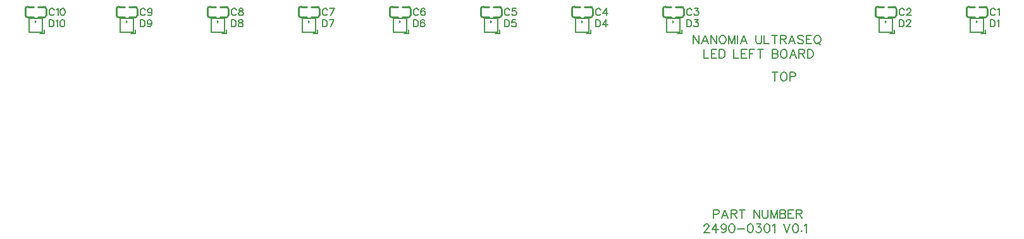
<source format=gto>
G04 Layer: TopSilkscreenLayer*
G04 EasyEDA v6.5.34, 2023-08-10 19:26:28*
G04 b0001c0d98ad43d6911fc97ed176d0b1,5a6b42c53f6a479593ecc07194224c93,10*
G04 Gerber Generator version 0.2*
G04 Scale: 100 percent, Rotated: No, Reflected: No *
G04 Dimensions in millimeters *
G04 leading zeros omitted , absolute positions ,4 integer and 5 decimal *
%FSLAX45Y45*%
%MOMM*%

%ADD10C,0.2032*%
%ADD11C,0.1524*%
%ADD12C,0.1270*%
%ADD13C,0.2540*%

%LPD*%
D10*
X14630400Y7042658D02*
G01*
X14630400Y6928104D01*
X14592300Y7042658D02*
G01*
X14668754Y7042658D01*
X14737334Y7042658D02*
G01*
X14726411Y7037070D01*
X14715490Y7026147D01*
X14710156Y7015226D01*
X14704568Y6998970D01*
X14704568Y6971792D01*
X14710156Y6955281D01*
X14715490Y6944360D01*
X14726411Y6933437D01*
X14737334Y6928104D01*
X14759177Y6928104D01*
X14770100Y6933437D01*
X14781022Y6944360D01*
X14786356Y6955281D01*
X14791943Y6971792D01*
X14791943Y6998970D01*
X14786356Y7015226D01*
X14781022Y7026147D01*
X14770100Y7037070D01*
X14759177Y7042658D01*
X14737334Y7042658D01*
X14828011Y7042658D02*
G01*
X14828011Y6928104D01*
X14828011Y7042658D02*
G01*
X14877034Y7042658D01*
X14893290Y7037070D01*
X14898877Y7031736D01*
X14904211Y7020813D01*
X14904211Y7004304D01*
X14898877Y6993381D01*
X14893290Y6988047D01*
X14877034Y6982713D01*
X14828011Y6982713D01*
X13677900Y7347458D02*
G01*
X13677900Y7232904D01*
X13677900Y7232904D02*
G01*
X13743431Y7232904D01*
X13779245Y7347458D02*
G01*
X13779245Y7232904D01*
X13779245Y7347458D02*
G01*
X13850366Y7347458D01*
X13779245Y7292847D02*
G01*
X13822934Y7292847D01*
X13779245Y7232904D02*
G01*
X13850366Y7232904D01*
X13886179Y7347458D02*
G01*
X13886179Y7232904D01*
X13886179Y7347458D02*
G01*
X13924534Y7347458D01*
X13940790Y7341870D01*
X13951711Y7330947D01*
X13957045Y7320026D01*
X13962634Y7303770D01*
X13962634Y7276592D01*
X13957045Y7260081D01*
X13951711Y7249160D01*
X13940790Y7238237D01*
X13924534Y7232904D01*
X13886179Y7232904D01*
X14082522Y7347458D02*
G01*
X14082522Y7232904D01*
X14082522Y7232904D02*
G01*
X14148054Y7232904D01*
X14184122Y7347458D02*
G01*
X14184122Y7232904D01*
X14184122Y7347458D02*
G01*
X14254988Y7347458D01*
X14184122Y7292847D02*
G01*
X14227809Y7292847D01*
X14184122Y7232904D02*
G01*
X14254988Y7232904D01*
X14291056Y7347458D02*
G01*
X14291056Y7232904D01*
X14291056Y7347458D02*
G01*
X14361922Y7347458D01*
X14291056Y7292847D02*
G01*
X14334743Y7292847D01*
X14436090Y7347458D02*
G01*
X14436090Y7232904D01*
X14397990Y7347458D02*
G01*
X14474190Y7347458D01*
X14594331Y7347458D02*
G01*
X14594331Y7232904D01*
X14594331Y7347458D02*
G01*
X14643354Y7347458D01*
X14659609Y7341870D01*
X14665197Y7336536D01*
X14670531Y7325613D01*
X14670531Y7314692D01*
X14665197Y7303770D01*
X14659609Y7298181D01*
X14643354Y7292847D01*
X14594331Y7292847D02*
G01*
X14643354Y7292847D01*
X14659609Y7287513D01*
X14665197Y7281926D01*
X14670531Y7271004D01*
X14670531Y7254747D01*
X14665197Y7243826D01*
X14659609Y7238237D01*
X14643354Y7232904D01*
X14594331Y7232904D01*
X14739366Y7347458D02*
G01*
X14728443Y7341870D01*
X14717522Y7330947D01*
X14712188Y7320026D01*
X14706600Y7303770D01*
X14706600Y7276592D01*
X14712188Y7260081D01*
X14717522Y7249160D01*
X14728443Y7238237D01*
X14739366Y7232904D01*
X14761209Y7232904D01*
X14772131Y7238237D01*
X14783054Y7249160D01*
X14788388Y7260081D01*
X14793975Y7276592D01*
X14793975Y7303770D01*
X14788388Y7320026D01*
X14783054Y7330947D01*
X14772131Y7341870D01*
X14761209Y7347458D01*
X14739366Y7347458D01*
X14873477Y7347458D02*
G01*
X14829790Y7232904D01*
X14873477Y7347458D02*
G01*
X14917166Y7232904D01*
X14846300Y7271004D02*
G01*
X14900909Y7271004D01*
X14953234Y7347458D02*
G01*
X14953234Y7232904D01*
X14953234Y7347458D02*
G01*
X15002256Y7347458D01*
X15018511Y7341870D01*
X15024100Y7336536D01*
X15029434Y7325613D01*
X15029434Y7314692D01*
X15024100Y7303770D01*
X15018511Y7298181D01*
X15002256Y7292847D01*
X14953234Y7292847D01*
X14991334Y7292847D02*
G01*
X15029434Y7232904D01*
X15065502Y7347458D02*
G01*
X15065502Y7232904D01*
X15065502Y7347458D02*
G01*
X15103602Y7347458D01*
X15120111Y7341870D01*
X15131034Y7330947D01*
X15136368Y7320026D01*
X15141956Y7303770D01*
X15141956Y7276592D01*
X15136368Y7260081D01*
X15131034Y7249160D01*
X15120111Y7238237D01*
X15103602Y7232904D01*
X15065502Y7232904D01*
X13538200Y7537958D02*
G01*
X13538200Y7423404D01*
X13538200Y7537958D02*
G01*
X13614654Y7423404D01*
X13614654Y7537958D02*
G01*
X13614654Y7423404D01*
X13694156Y7537958D02*
G01*
X13650468Y7423404D01*
X13694156Y7537958D02*
G01*
X13737843Y7423404D01*
X13666977Y7461504D02*
G01*
X13721588Y7461504D01*
X13773911Y7537958D02*
G01*
X13773911Y7423404D01*
X13773911Y7537958D02*
G01*
X13850111Y7423404D01*
X13850111Y7537958D02*
G01*
X13850111Y7423404D01*
X13918945Y7537958D02*
G01*
X13908024Y7532370D01*
X13897102Y7521447D01*
X13891768Y7510526D01*
X13886179Y7494270D01*
X13886179Y7467092D01*
X13891768Y7450581D01*
X13897102Y7439660D01*
X13908024Y7428737D01*
X13918945Y7423404D01*
X13940790Y7423404D01*
X13951711Y7428737D01*
X13962634Y7439660D01*
X13967968Y7450581D01*
X13973556Y7467092D01*
X13973556Y7494270D01*
X13967968Y7510526D01*
X13962634Y7521447D01*
X13951711Y7532370D01*
X13940790Y7537958D01*
X13918945Y7537958D01*
X14009370Y7537958D02*
G01*
X14009370Y7423404D01*
X14009370Y7537958D02*
G01*
X14053058Y7423404D01*
X14096745Y7537958D02*
G01*
X14053058Y7423404D01*
X14096745Y7537958D02*
G01*
X14096745Y7423404D01*
X14132813Y7537958D02*
G01*
X14132813Y7423404D01*
X14212316Y7537958D02*
G01*
X14168627Y7423404D01*
X14212316Y7537958D02*
G01*
X14256004Y7423404D01*
X14185138Y7461504D02*
G01*
X14239747Y7461504D01*
X14375891Y7537958D02*
G01*
X14375891Y7456170D01*
X14381479Y7439660D01*
X14392402Y7428737D01*
X14408658Y7423404D01*
X14419579Y7423404D01*
X14436090Y7428737D01*
X14447011Y7439660D01*
X14452345Y7456170D01*
X14452345Y7537958D01*
X14488413Y7537958D02*
G01*
X14488413Y7423404D01*
X14488413Y7423404D02*
G01*
X14553945Y7423404D01*
X14628113Y7537958D02*
G01*
X14628113Y7423404D01*
X14589759Y7537958D02*
G01*
X14666213Y7537958D01*
X14702281Y7537958D02*
G01*
X14702281Y7423404D01*
X14702281Y7537958D02*
G01*
X14751304Y7537958D01*
X14767559Y7532370D01*
X14773147Y7527036D01*
X14778481Y7516113D01*
X14778481Y7505192D01*
X14773147Y7494270D01*
X14767559Y7488681D01*
X14751304Y7483347D01*
X14702281Y7483347D01*
X14740381Y7483347D02*
G01*
X14778481Y7423404D01*
X14858238Y7537958D02*
G01*
X14814550Y7423404D01*
X14858238Y7537958D02*
G01*
X14901925Y7423404D01*
X14830806Y7461504D02*
G01*
X14885416Y7461504D01*
X15014193Y7521447D02*
G01*
X15003272Y7532370D01*
X14987016Y7537958D01*
X14965172Y7537958D01*
X14948661Y7532370D01*
X14937740Y7521447D01*
X14937740Y7510526D01*
X14943327Y7499604D01*
X14948661Y7494270D01*
X14959584Y7488681D01*
X14992350Y7478013D01*
X15003272Y7472426D01*
X15008859Y7467092D01*
X15014193Y7456170D01*
X15014193Y7439660D01*
X15003272Y7428737D01*
X14987016Y7423404D01*
X14965172Y7423404D01*
X14948661Y7428737D01*
X14937740Y7439660D01*
X15050261Y7537958D02*
G01*
X15050261Y7423404D01*
X15050261Y7537958D02*
G01*
X15121127Y7537958D01*
X15050261Y7483347D02*
G01*
X15093950Y7483347D01*
X15050261Y7423404D02*
G01*
X15121127Y7423404D01*
X15189708Y7537958D02*
G01*
X15179040Y7532370D01*
X15168118Y7521447D01*
X15162529Y7510526D01*
X15157195Y7494270D01*
X15157195Y7467092D01*
X15162529Y7450581D01*
X15168118Y7439660D01*
X15179040Y7428737D01*
X15189708Y7423404D01*
X15211552Y7423404D01*
X15222474Y7428737D01*
X15233395Y7439660D01*
X15238984Y7450581D01*
X15244318Y7467092D01*
X15244318Y7494270D01*
X15238984Y7510526D01*
X15233395Y7521447D01*
X15222474Y7532370D01*
X15211552Y7537958D01*
X15189708Y7537958D01*
X15206218Y7445247D02*
G01*
X15238984Y7412481D01*
X13683234Y4983226D02*
G01*
X13683234Y4988813D01*
X13688822Y4999736D01*
X13694156Y5005070D01*
X13705077Y5010657D01*
X13726922Y5010657D01*
X13737843Y5005070D01*
X13743431Y4999736D01*
X13748766Y4988813D01*
X13748766Y4977892D01*
X13743431Y4966970D01*
X13732509Y4950713D01*
X13677900Y4896104D01*
X13754354Y4896104D01*
X13844777Y5010657D02*
G01*
X13790168Y4934204D01*
X13871956Y4934204D01*
X13844777Y5010657D02*
G01*
X13844777Y4896104D01*
X13978890Y4972304D02*
G01*
X13973556Y4956047D01*
X13962634Y4945126D01*
X13946377Y4939792D01*
X13940790Y4939792D01*
X13924534Y4945126D01*
X13913611Y4956047D01*
X13908024Y4972304D01*
X13908024Y4977892D01*
X13913611Y4994147D01*
X13924534Y5005070D01*
X13940790Y5010657D01*
X13946377Y5010657D01*
X13962634Y5005070D01*
X13973556Y4994147D01*
X13978890Y4972304D01*
X13978890Y4945126D01*
X13973556Y4917947D01*
X13962634Y4901437D01*
X13946377Y4896104D01*
X13935456Y4896104D01*
X13918945Y4901437D01*
X13913611Y4912360D01*
X14047724Y5010657D02*
G01*
X14031468Y5005070D01*
X14020545Y4988813D01*
X14014958Y4961381D01*
X14014958Y4945126D01*
X14020545Y4917947D01*
X14031468Y4901437D01*
X14047724Y4896104D01*
X14058645Y4896104D01*
X14074902Y4901437D01*
X14085824Y4917947D01*
X14091411Y4945126D01*
X14091411Y4961381D01*
X14085824Y4988813D01*
X14074902Y5005070D01*
X14058645Y5010657D01*
X14047724Y5010657D01*
X14127479Y4945126D02*
G01*
X14225524Y4945126D01*
X14294358Y5010657D02*
G01*
X14277847Y5005070D01*
X14266925Y4988813D01*
X14261591Y4961381D01*
X14261591Y4945126D01*
X14266925Y4917947D01*
X14277847Y4901437D01*
X14294358Y4896104D01*
X14305279Y4896104D01*
X14321536Y4901437D01*
X14332458Y4917947D01*
X14337791Y4945126D01*
X14337791Y4961381D01*
X14332458Y4988813D01*
X14321536Y5005070D01*
X14305279Y5010657D01*
X14294358Y5010657D01*
X14384781Y5010657D02*
G01*
X14444725Y5010657D01*
X14411959Y4966970D01*
X14428470Y4966970D01*
X14439391Y4961381D01*
X14444725Y4956047D01*
X14450313Y4939792D01*
X14450313Y4928870D01*
X14444725Y4912360D01*
X14433804Y4901437D01*
X14417547Y4896104D01*
X14401291Y4896104D01*
X14384781Y4901437D01*
X14379447Y4907026D01*
X14373859Y4917947D01*
X14518893Y5010657D02*
G01*
X14502638Y5005070D01*
X14491716Y4988813D01*
X14486381Y4961381D01*
X14486381Y4945126D01*
X14491716Y4917947D01*
X14502638Y4901437D01*
X14518893Y4896104D01*
X14529816Y4896104D01*
X14546325Y4901437D01*
X14557247Y4917947D01*
X14562581Y4945126D01*
X14562581Y4961381D01*
X14557247Y4988813D01*
X14546325Y5005070D01*
X14529816Y5010657D01*
X14518893Y5010657D01*
X14598650Y4988813D02*
G01*
X14609572Y4994147D01*
X14625827Y5010657D01*
X14625827Y4896104D01*
X14745970Y5010657D02*
G01*
X14789658Y4896104D01*
X14833091Y5010657D02*
G01*
X14789658Y4896104D01*
X14901925Y5010657D02*
G01*
X14885416Y5005070D01*
X14874747Y4988813D01*
X14869159Y4961381D01*
X14869159Y4945126D01*
X14874747Y4917947D01*
X14885416Y4901437D01*
X14901925Y4896104D01*
X14912847Y4896104D01*
X14929104Y4901437D01*
X14940025Y4917947D01*
X14945613Y4945126D01*
X14945613Y4961381D01*
X14940025Y4988813D01*
X14929104Y5005070D01*
X14912847Y5010657D01*
X14901925Y5010657D01*
X14987016Y4923281D02*
G01*
X14981427Y4917947D01*
X14987016Y4912360D01*
X14992350Y4917947D01*
X14987016Y4923281D01*
X15028418Y4988813D02*
G01*
X15039340Y4994147D01*
X15055595Y5010657D01*
X15055595Y4896104D01*
X13804900Y5201132D02*
G01*
X13804900Y5086578D01*
X13804900Y5201132D02*
G01*
X13853922Y5201132D01*
X13870431Y5195544D01*
X13875766Y5190210D01*
X13881354Y5179288D01*
X13881354Y5162778D01*
X13875766Y5151856D01*
X13870431Y5146522D01*
X13853922Y5141188D01*
X13804900Y5141188D01*
X13960856Y5201132D02*
G01*
X13917168Y5086578D01*
X13960856Y5201132D02*
G01*
X14004543Y5086578D01*
X13933677Y5124678D02*
G01*
X13988288Y5124678D01*
X14040611Y5201132D02*
G01*
X14040611Y5086578D01*
X14040611Y5201132D02*
G01*
X14089634Y5201132D01*
X14105890Y5195544D01*
X14111477Y5190210D01*
X14116811Y5179288D01*
X14116811Y5168366D01*
X14111477Y5157444D01*
X14105890Y5151856D01*
X14089634Y5146522D01*
X14040611Y5146522D01*
X14078711Y5146522D02*
G01*
X14116811Y5086578D01*
X14190979Y5201132D02*
G01*
X14190979Y5086578D01*
X14152879Y5201132D02*
G01*
X14229334Y5201132D01*
X14349222Y5201132D02*
G01*
X14349222Y5086578D01*
X14349222Y5201132D02*
G01*
X14425675Y5086578D01*
X14425675Y5201132D02*
G01*
X14425675Y5086578D01*
X14461743Y5201132D02*
G01*
X14461743Y5119344D01*
X14467077Y5102834D01*
X14478000Y5091912D01*
X14494256Y5086578D01*
X14505177Y5086578D01*
X14521688Y5091912D01*
X14532609Y5102834D01*
X14537943Y5119344D01*
X14537943Y5201132D01*
X14574011Y5201132D02*
G01*
X14574011Y5086578D01*
X14574011Y5201132D02*
G01*
X14617700Y5086578D01*
X14661388Y5201132D02*
G01*
X14617700Y5086578D01*
X14661388Y5201132D02*
G01*
X14661388Y5086578D01*
X14697202Y5201132D02*
G01*
X14697202Y5086578D01*
X14697202Y5201132D02*
G01*
X14746477Y5201132D01*
X14762734Y5195544D01*
X14768068Y5190210D01*
X14773656Y5179288D01*
X14773656Y5168366D01*
X14768068Y5157444D01*
X14762734Y5151856D01*
X14746477Y5146522D01*
X14697202Y5146522D02*
G01*
X14746477Y5146522D01*
X14762734Y5141188D01*
X14768068Y5135600D01*
X14773656Y5124678D01*
X14773656Y5108422D01*
X14768068Y5097500D01*
X14762734Y5091912D01*
X14746477Y5086578D01*
X14697202Y5086578D01*
X14809724Y5201132D02*
G01*
X14809724Y5086578D01*
X14809724Y5201132D02*
G01*
X14880590Y5201132D01*
X14809724Y5146522D02*
G01*
X14853158Y5146522D01*
X14809724Y5086578D02*
G01*
X14880590Y5086578D01*
X14916658Y5201132D02*
G01*
X14916658Y5086578D01*
X14916658Y5201132D02*
G01*
X14965679Y5201132D01*
X14981936Y5195544D01*
X14987524Y5190210D01*
X14992858Y5179288D01*
X14992858Y5168366D01*
X14987524Y5157444D01*
X14981936Y5151856D01*
X14965679Y5146522D01*
X14916658Y5146522D01*
X14954758Y5146522D02*
G01*
X14992858Y5086578D01*
X13804900Y5201132D02*
G01*
X13804900Y5086578D01*
X13804900Y5201132D02*
G01*
X13853922Y5201132D01*
X13870431Y5195544D01*
X13875766Y5190210D01*
X13881354Y5179288D01*
X13881354Y5162778D01*
X13875766Y5151856D01*
X13870431Y5146522D01*
X13853922Y5141188D01*
X13804900Y5141188D01*
X13960856Y5201132D02*
G01*
X13917168Y5086578D01*
X13960856Y5201132D02*
G01*
X14004543Y5086578D01*
X13933677Y5124678D02*
G01*
X13988288Y5124678D01*
X14040611Y5201132D02*
G01*
X14040611Y5086578D01*
X14040611Y5201132D02*
G01*
X14089634Y5201132D01*
X14105890Y5195544D01*
X14111477Y5190210D01*
X14116811Y5179288D01*
X14116811Y5168366D01*
X14111477Y5157444D01*
X14105890Y5151856D01*
X14089634Y5146522D01*
X14040611Y5146522D01*
X14078711Y5146522D02*
G01*
X14116811Y5086578D01*
X14190979Y5201132D02*
G01*
X14190979Y5086578D01*
X14152879Y5201132D02*
G01*
X14229334Y5201132D01*
X14349222Y5201132D02*
G01*
X14349222Y5086578D01*
X14349222Y5201132D02*
G01*
X14425675Y5086578D01*
X14425675Y5201132D02*
G01*
X14425675Y5086578D01*
X14461743Y5201132D02*
G01*
X14461743Y5119344D01*
X14467077Y5102834D01*
X14478000Y5091912D01*
X14494256Y5086578D01*
X14505177Y5086578D01*
X14521688Y5091912D01*
X14532609Y5102834D01*
X14537943Y5119344D01*
X14537943Y5201132D01*
X14574011Y5201132D02*
G01*
X14574011Y5086578D01*
X14574011Y5201132D02*
G01*
X14617700Y5086578D01*
X14661388Y5201132D02*
G01*
X14617700Y5086578D01*
X14661388Y5201132D02*
G01*
X14661388Y5086578D01*
X14697202Y5201132D02*
G01*
X14697202Y5086578D01*
X14697202Y5201132D02*
G01*
X14746477Y5201132D01*
X14762734Y5195544D01*
X14768068Y5190210D01*
X14773656Y5179288D01*
X14773656Y5168366D01*
X14768068Y5157444D01*
X14762734Y5151856D01*
X14746477Y5146522D01*
X14697202Y5146522D02*
G01*
X14746477Y5146522D01*
X14762734Y5141188D01*
X14768068Y5135600D01*
X14773656Y5124678D01*
X14773656Y5108422D01*
X14768068Y5097500D01*
X14762734Y5091912D01*
X14746477Y5086578D01*
X14697202Y5086578D01*
X14809724Y5201132D02*
G01*
X14809724Y5086578D01*
X14809724Y5201132D02*
G01*
X14880590Y5201132D01*
X14809724Y5146522D02*
G01*
X14853158Y5146522D01*
X14809724Y5086578D02*
G01*
X14880590Y5086578D01*
X14916658Y5201132D02*
G01*
X14916658Y5086578D01*
X14916658Y5201132D02*
G01*
X14965679Y5201132D01*
X14981936Y5195544D01*
X14987524Y5190210D01*
X14992858Y5179288D01*
X14992858Y5168366D01*
X14987524Y5157444D01*
X14981936Y5151856D01*
X14965679Y5146522D01*
X14916658Y5146522D01*
X14954758Y5146522D02*
G01*
X14992858Y5086578D01*
D11*
X11010900Y7746237D02*
G01*
X11010900Y7650734D01*
X11010900Y7746237D02*
G01*
X11042650Y7746237D01*
X11056365Y7741665D01*
X11065509Y7732776D01*
X11070081Y7723631D01*
X11074654Y7709915D01*
X11074654Y7687310D01*
X11070081Y7673594D01*
X11065509Y7664450D01*
X11056365Y7655305D01*
X11042650Y7650734D01*
X11010900Y7650734D01*
X11158981Y7746237D02*
G01*
X11113515Y7746237D01*
X11109197Y7705344D01*
X11113515Y7709915D01*
X11127231Y7714487D01*
X11140947Y7714487D01*
X11154409Y7709915D01*
X11163554Y7700771D01*
X11168125Y7687310D01*
X11168125Y7678165D01*
X11163554Y7664450D01*
X11154409Y7655305D01*
X11140947Y7650734D01*
X11127231Y7650734D01*
X11113515Y7655305D01*
X11109197Y7659878D01*
X11104625Y7669021D01*
X17513376Y7746390D02*
G01*
X17513376Y7650886D01*
X17513376Y7746390D02*
G01*
X17545126Y7746390D01*
X17558842Y7741818D01*
X17567732Y7732674D01*
X17572304Y7723530D01*
X17576876Y7710068D01*
X17576876Y7687208D01*
X17572304Y7673492D01*
X17567732Y7664602D01*
X17558842Y7655458D01*
X17545126Y7650886D01*
X17513376Y7650886D01*
X17606848Y7728102D02*
G01*
X17615992Y7732674D01*
X17629708Y7746390D01*
X17629708Y7650886D01*
X17581389Y7876034D02*
G01*
X17576817Y7885178D01*
X17567927Y7894068D01*
X17558783Y7898640D01*
X17540495Y7898640D01*
X17531605Y7894068D01*
X17522461Y7885178D01*
X17517889Y7876034D01*
X17513317Y7862318D01*
X17513317Y7839712D01*
X17517889Y7825996D01*
X17522461Y7816852D01*
X17531605Y7807708D01*
X17540495Y7803136D01*
X17558783Y7803136D01*
X17567927Y7807708D01*
X17576817Y7816852D01*
X17581389Y7825996D01*
X17611361Y7880606D02*
G01*
X17620505Y7885178D01*
X17634221Y7898640D01*
X17634221Y7803136D01*
X16294100Y7746227D02*
G01*
X16294100Y7650977D01*
X16294100Y7746227D02*
G01*
X16325850Y7746227D01*
X16339566Y7741655D01*
X16348709Y7732765D01*
X16353281Y7723621D01*
X16357854Y7709905D01*
X16357854Y7687299D01*
X16353281Y7673583D01*
X16348709Y7664439D01*
X16339566Y7655295D01*
X16325850Y7650977D01*
X16294100Y7650977D01*
X16392397Y7723621D02*
G01*
X16392397Y7728193D01*
X16396716Y7737337D01*
X16401288Y7741655D01*
X16410431Y7746227D01*
X16428720Y7746227D01*
X16437609Y7741655D01*
X16442181Y7737337D01*
X16446754Y7728193D01*
X16446754Y7719049D01*
X16442181Y7709905D01*
X16433291Y7696189D01*
X16387825Y7650977D01*
X16451325Y7650977D01*
X16362172Y7876021D02*
G01*
X16357854Y7885165D01*
X16348709Y7894055D01*
X16339566Y7898627D01*
X16321277Y7898627D01*
X16312388Y7894055D01*
X16303243Y7885165D01*
X16298672Y7876021D01*
X16294100Y7862305D01*
X16294100Y7839699D01*
X16298672Y7825983D01*
X16303243Y7816839D01*
X16312388Y7807695D01*
X16321277Y7803377D01*
X16339566Y7803377D01*
X16348709Y7807695D01*
X16357854Y7816839D01*
X16362172Y7825983D01*
X16396716Y7876021D02*
G01*
X16396716Y7880593D01*
X16401288Y7889737D01*
X16405859Y7894055D01*
X16415004Y7898627D01*
X16433291Y7898627D01*
X16442181Y7894055D01*
X16446754Y7889737D01*
X16451325Y7880593D01*
X16451325Y7871449D01*
X16446754Y7862305D01*
X16437609Y7848589D01*
X16392397Y7803377D01*
X16455897Y7803377D01*
X13449300Y7746227D02*
G01*
X13449300Y7650977D01*
X13449300Y7746227D02*
G01*
X13481050Y7746227D01*
X13494766Y7741655D01*
X13503909Y7732765D01*
X13508481Y7723621D01*
X13513054Y7709905D01*
X13513054Y7687299D01*
X13508481Y7673583D01*
X13503909Y7664439D01*
X13494766Y7655295D01*
X13481050Y7650977D01*
X13449300Y7650977D01*
X13551916Y7746227D02*
G01*
X13601954Y7746227D01*
X13574775Y7709905D01*
X13588491Y7709905D01*
X13597381Y7705333D01*
X13601954Y7700761D01*
X13606525Y7687299D01*
X13606525Y7678155D01*
X13601954Y7664439D01*
X13592809Y7655295D01*
X13579347Y7650977D01*
X13565631Y7650977D01*
X13551916Y7655295D01*
X13547597Y7659867D01*
X13543025Y7669011D01*
X13517372Y7876021D02*
G01*
X13513054Y7885165D01*
X13503909Y7894055D01*
X13494766Y7898627D01*
X13476477Y7898627D01*
X13467588Y7894055D01*
X13458443Y7885165D01*
X13453872Y7876021D01*
X13449300Y7862305D01*
X13449300Y7839699D01*
X13453872Y7825983D01*
X13458443Y7816839D01*
X13467588Y7807695D01*
X13476477Y7803377D01*
X13494766Y7803377D01*
X13503909Y7807695D01*
X13513054Y7816839D01*
X13517372Y7825983D01*
X13556488Y7898627D02*
G01*
X13606525Y7898627D01*
X13579347Y7862305D01*
X13592809Y7862305D01*
X13601954Y7857733D01*
X13606525Y7853161D01*
X13611097Y7839699D01*
X13611097Y7830555D01*
X13606525Y7816839D01*
X13597381Y7807695D01*
X13583920Y7803377D01*
X13570204Y7803377D01*
X13556488Y7807695D01*
X13551916Y7812267D01*
X13547597Y7821411D01*
X12230100Y7746227D02*
G01*
X12230100Y7650977D01*
X12230100Y7746227D02*
G01*
X12261850Y7746227D01*
X12275565Y7741655D01*
X12284709Y7732765D01*
X12289281Y7723621D01*
X12293854Y7709905D01*
X12293854Y7687299D01*
X12289281Y7673583D01*
X12284709Y7664439D01*
X12275565Y7655295D01*
X12261850Y7650977D01*
X12230100Y7650977D01*
X12369291Y7746227D02*
G01*
X12323825Y7682727D01*
X12391897Y7682727D01*
X12369291Y7746227D02*
G01*
X12369291Y7650977D01*
X12298172Y7876021D02*
G01*
X12293854Y7885165D01*
X12284709Y7894055D01*
X12275565Y7898627D01*
X12257277Y7898627D01*
X12248388Y7894055D01*
X12239243Y7885165D01*
X12234672Y7876021D01*
X12230100Y7862305D01*
X12230100Y7839699D01*
X12234672Y7825983D01*
X12239243Y7816839D01*
X12248388Y7807695D01*
X12257277Y7803377D01*
X12275565Y7803377D01*
X12284709Y7807695D01*
X12293854Y7816839D01*
X12298172Y7825983D01*
X12373609Y7898627D02*
G01*
X12328397Y7835127D01*
X12396470Y7835127D01*
X12373609Y7898627D02*
G01*
X12373609Y7803377D01*
X11078972Y7876021D02*
G01*
X11074654Y7885165D01*
X11065509Y7894055D01*
X11056365Y7898627D01*
X11038077Y7898627D01*
X11029188Y7894055D01*
X11020043Y7885165D01*
X11015472Y7876021D01*
X11010900Y7862305D01*
X11010900Y7839699D01*
X11015472Y7825983D01*
X11020043Y7816839D01*
X11029188Y7807695D01*
X11038077Y7803377D01*
X11056365Y7803377D01*
X11065509Y7807695D01*
X11074654Y7816839D01*
X11078972Y7825983D01*
X11163554Y7898627D02*
G01*
X11118088Y7898627D01*
X11113515Y7857733D01*
X11118088Y7862305D01*
X11131804Y7866877D01*
X11145520Y7866877D01*
X11158981Y7862305D01*
X11168125Y7853161D01*
X11172697Y7839699D01*
X11172697Y7830555D01*
X11168125Y7816839D01*
X11158981Y7807695D01*
X11145520Y7803377D01*
X11131804Y7803377D01*
X11118088Y7807695D01*
X11113515Y7812267D01*
X11109197Y7821411D01*
X9791700Y7746227D02*
G01*
X9791700Y7650977D01*
X9791700Y7746227D02*
G01*
X9823450Y7746227D01*
X9837165Y7741655D01*
X9846309Y7732765D01*
X9850881Y7723621D01*
X9855454Y7709905D01*
X9855454Y7687299D01*
X9850881Y7673583D01*
X9846309Y7664439D01*
X9837165Y7655295D01*
X9823450Y7650977D01*
X9791700Y7650977D01*
X9939781Y7732765D02*
G01*
X9935209Y7741655D01*
X9921747Y7746227D01*
X9912604Y7746227D01*
X9898888Y7741655D01*
X9889997Y7728193D01*
X9885425Y7705333D01*
X9885425Y7682727D01*
X9889997Y7664439D01*
X9898888Y7655295D01*
X9912604Y7650977D01*
X9917175Y7650977D01*
X9930891Y7655295D01*
X9939781Y7664439D01*
X9944354Y7678155D01*
X9944354Y7682727D01*
X9939781Y7696189D01*
X9930891Y7705333D01*
X9917175Y7709905D01*
X9912604Y7709905D01*
X9898888Y7705333D01*
X9889997Y7696189D01*
X9885425Y7682727D01*
X9859772Y7876021D02*
G01*
X9855454Y7885165D01*
X9846309Y7894055D01*
X9837165Y7898627D01*
X9818877Y7898627D01*
X9809988Y7894055D01*
X9800843Y7885165D01*
X9796272Y7876021D01*
X9791700Y7862305D01*
X9791700Y7839699D01*
X9796272Y7825983D01*
X9800843Y7816839D01*
X9809988Y7807695D01*
X9818877Y7803377D01*
X9837165Y7803377D01*
X9846309Y7807695D01*
X9855454Y7816839D01*
X9859772Y7825983D01*
X9944354Y7885165D02*
G01*
X9939781Y7894055D01*
X9926320Y7898627D01*
X9917175Y7898627D01*
X9903459Y7894055D01*
X9894315Y7880593D01*
X9889997Y7857733D01*
X9889997Y7835127D01*
X9894315Y7816839D01*
X9903459Y7807695D01*
X9917175Y7803377D01*
X9921747Y7803377D01*
X9935209Y7807695D01*
X9944354Y7816839D01*
X9948925Y7830555D01*
X9948925Y7835127D01*
X9944354Y7848589D01*
X9935209Y7857733D01*
X9921747Y7862305D01*
X9917175Y7862305D01*
X9903459Y7857733D01*
X9894315Y7848589D01*
X9889997Y7835127D01*
X8572500Y7746227D02*
G01*
X8572500Y7650977D01*
X8572500Y7746227D02*
G01*
X8604250Y7746227D01*
X8617965Y7741655D01*
X8627109Y7732765D01*
X8631681Y7723621D01*
X8636254Y7709905D01*
X8636254Y7687299D01*
X8631681Y7673583D01*
X8627109Y7664439D01*
X8617965Y7655295D01*
X8604250Y7650977D01*
X8572500Y7650977D01*
X8729725Y7746227D02*
G01*
X8684259Y7650977D01*
X8666225Y7746227D02*
G01*
X8729725Y7746227D01*
X8640572Y7876021D02*
G01*
X8636254Y7885165D01*
X8627109Y7894055D01*
X8617965Y7898627D01*
X8599677Y7898627D01*
X8590788Y7894055D01*
X8581643Y7885165D01*
X8577072Y7876021D01*
X8572500Y7862305D01*
X8572500Y7839699D01*
X8577072Y7825983D01*
X8581643Y7816839D01*
X8590788Y7807695D01*
X8599677Y7803377D01*
X8617965Y7803377D01*
X8627109Y7807695D01*
X8636254Y7816839D01*
X8640572Y7825983D01*
X8734297Y7898627D02*
G01*
X8688831Y7803377D01*
X8670797Y7898627D02*
G01*
X8734297Y7898627D01*
X7353300Y7746227D02*
G01*
X7353300Y7650977D01*
X7353300Y7746227D02*
G01*
X7385050Y7746227D01*
X7398765Y7741655D01*
X7407909Y7732765D01*
X7412481Y7723621D01*
X7417054Y7709905D01*
X7417054Y7687299D01*
X7412481Y7673583D01*
X7407909Y7664439D01*
X7398765Y7655295D01*
X7385050Y7650977D01*
X7353300Y7650977D01*
X7469631Y7746227D02*
G01*
X7455915Y7741655D01*
X7451597Y7732765D01*
X7451597Y7723621D01*
X7455915Y7714477D01*
X7465059Y7709905D01*
X7483347Y7705333D01*
X7496809Y7700761D01*
X7505954Y7691871D01*
X7510525Y7682727D01*
X7510525Y7669011D01*
X7505954Y7659867D01*
X7501381Y7655295D01*
X7487920Y7650977D01*
X7469631Y7650977D01*
X7455915Y7655295D01*
X7451597Y7659867D01*
X7447025Y7669011D01*
X7447025Y7682727D01*
X7451597Y7691871D01*
X7460488Y7700761D01*
X7474204Y7705333D01*
X7492491Y7709905D01*
X7501381Y7714477D01*
X7505954Y7723621D01*
X7505954Y7732765D01*
X7501381Y7741655D01*
X7487920Y7746227D01*
X7469631Y7746227D01*
X7421372Y7876021D02*
G01*
X7417054Y7885165D01*
X7407909Y7894055D01*
X7398765Y7898627D01*
X7380477Y7898627D01*
X7371588Y7894055D01*
X7362443Y7885165D01*
X7357872Y7876021D01*
X7353300Y7862305D01*
X7353300Y7839699D01*
X7357872Y7825983D01*
X7362443Y7816839D01*
X7371588Y7807695D01*
X7380477Y7803377D01*
X7398765Y7803377D01*
X7407909Y7807695D01*
X7417054Y7816839D01*
X7421372Y7825983D01*
X7474204Y7898627D02*
G01*
X7460488Y7894055D01*
X7455915Y7885165D01*
X7455915Y7876021D01*
X7460488Y7866877D01*
X7469631Y7862305D01*
X7487920Y7857733D01*
X7501381Y7853161D01*
X7510525Y7844271D01*
X7515097Y7835127D01*
X7515097Y7821411D01*
X7510525Y7812267D01*
X7505954Y7807695D01*
X7492491Y7803377D01*
X7474204Y7803377D01*
X7460488Y7807695D01*
X7455915Y7812267D01*
X7451597Y7821411D01*
X7451597Y7835127D01*
X7455915Y7844271D01*
X7465059Y7853161D01*
X7478775Y7857733D01*
X7496809Y7862305D01*
X7505954Y7866877D01*
X7510525Y7876021D01*
X7510525Y7885165D01*
X7505954Y7894055D01*
X7492491Y7898627D01*
X7474204Y7898627D01*
X6134100Y7746227D02*
G01*
X6134100Y7650977D01*
X6134100Y7746227D02*
G01*
X6165850Y7746227D01*
X6179565Y7741655D01*
X6188709Y7732765D01*
X6193281Y7723621D01*
X6197854Y7709905D01*
X6197854Y7687299D01*
X6193281Y7673583D01*
X6188709Y7664439D01*
X6179565Y7655295D01*
X6165850Y7650977D01*
X6134100Y7650977D01*
X6286754Y7714477D02*
G01*
X6282181Y7700761D01*
X6273291Y7691871D01*
X6259575Y7687299D01*
X6255004Y7687299D01*
X6241288Y7691871D01*
X6232397Y7700761D01*
X6227825Y7714477D01*
X6227825Y7719049D01*
X6232397Y7732765D01*
X6241288Y7741655D01*
X6255004Y7746227D01*
X6259575Y7746227D01*
X6273291Y7741655D01*
X6282181Y7732765D01*
X6286754Y7714477D01*
X6286754Y7691871D01*
X6282181Y7669011D01*
X6273291Y7655295D01*
X6259575Y7650977D01*
X6250431Y7650977D01*
X6236715Y7655295D01*
X6232397Y7664439D01*
X6202172Y7876021D02*
G01*
X6197854Y7885165D01*
X6188709Y7894055D01*
X6179565Y7898627D01*
X6161277Y7898627D01*
X6152388Y7894055D01*
X6143243Y7885165D01*
X6138672Y7876021D01*
X6134100Y7862305D01*
X6134100Y7839699D01*
X6138672Y7825983D01*
X6143243Y7816839D01*
X6152388Y7807695D01*
X6161277Y7803377D01*
X6179565Y7803377D01*
X6188709Y7807695D01*
X6197854Y7816839D01*
X6202172Y7825983D01*
X6291325Y7866877D02*
G01*
X6286754Y7853161D01*
X6277609Y7844271D01*
X6264147Y7839699D01*
X6259575Y7839699D01*
X6245859Y7844271D01*
X6236715Y7853161D01*
X6232397Y7866877D01*
X6232397Y7871449D01*
X6236715Y7885165D01*
X6245859Y7894055D01*
X6259575Y7898627D01*
X6264147Y7898627D01*
X6277609Y7894055D01*
X6286754Y7885165D01*
X6291325Y7866877D01*
X6291325Y7844271D01*
X6286754Y7821411D01*
X6277609Y7807695D01*
X6264147Y7803377D01*
X6255004Y7803377D01*
X6241288Y7807695D01*
X6236715Y7816839D01*
X4914900Y7746227D02*
G01*
X4914900Y7650977D01*
X4914900Y7746227D02*
G01*
X4946650Y7746227D01*
X4960365Y7741655D01*
X4969509Y7732765D01*
X4974081Y7723621D01*
X4978654Y7709905D01*
X4978654Y7687299D01*
X4974081Y7673583D01*
X4969509Y7664439D01*
X4960365Y7655295D01*
X4946650Y7650977D01*
X4914900Y7650977D01*
X5008625Y7728193D02*
G01*
X5017515Y7732765D01*
X5031231Y7746227D01*
X5031231Y7650977D01*
X5088636Y7746227D02*
G01*
X5074920Y7741655D01*
X5065775Y7728193D01*
X5061204Y7705333D01*
X5061204Y7691871D01*
X5065775Y7669011D01*
X5074920Y7655295D01*
X5088636Y7650977D01*
X5097525Y7650977D01*
X5111241Y7655295D01*
X5120386Y7669011D01*
X5124958Y7691871D01*
X5124958Y7705333D01*
X5120386Y7728193D01*
X5111241Y7741655D01*
X5097525Y7746227D01*
X5088636Y7746227D01*
X4982972Y7876021D02*
G01*
X4978654Y7885165D01*
X4969509Y7894055D01*
X4960365Y7898627D01*
X4942077Y7898627D01*
X4933188Y7894055D01*
X4924043Y7885165D01*
X4919472Y7876021D01*
X4914900Y7862305D01*
X4914900Y7839699D01*
X4919472Y7825983D01*
X4924043Y7816839D01*
X4933188Y7807695D01*
X4942077Y7803377D01*
X4960365Y7803377D01*
X4969509Y7807695D01*
X4978654Y7816839D01*
X4982972Y7825983D01*
X5013197Y7880593D02*
G01*
X5022088Y7885165D01*
X5035804Y7898627D01*
X5035804Y7803377D01*
X5093208Y7898627D02*
G01*
X5079491Y7894055D01*
X5070347Y7880593D01*
X5065775Y7857733D01*
X5065775Y7844271D01*
X5070347Y7821411D01*
X5079491Y7807695D01*
X5093208Y7803377D01*
X5102097Y7803377D01*
X5115813Y7807695D01*
X5124958Y7821411D01*
X5129529Y7844271D01*
X5129529Y7857733D01*
X5124958Y7880593D01*
X5115813Y7894055D01*
X5102097Y7898627D01*
X5093208Y7898627D01*
G36*
X10820603Y7740802D02*
G01*
X10820603Y7695793D01*
X10843107Y7718298D01*
G37*
G36*
X17323003Y7740802D02*
G01*
X17323003Y7695793D01*
X17345507Y7718298D01*
G37*
G36*
X16103803Y7740802D02*
G01*
X16103803Y7695793D01*
X16126307Y7718298D01*
G37*
G36*
X13259003Y7740802D02*
G01*
X13259003Y7695793D01*
X13281507Y7718298D01*
G37*
G36*
X12039803Y7740802D02*
G01*
X12039803Y7695793D01*
X12062307Y7718298D01*
G37*
G36*
X9601403Y7740802D02*
G01*
X9601403Y7695793D01*
X9623907Y7718298D01*
G37*
G36*
X8382203Y7740802D02*
G01*
X8382203Y7695793D01*
X8404707Y7718298D01*
G37*
G36*
X7163003Y7740802D02*
G01*
X7163003Y7695793D01*
X7185507Y7718298D01*
G37*
G36*
X5943803Y7740802D02*
G01*
X5943803Y7695793D01*
X5966307Y7718298D01*
G37*
G36*
X4724603Y7740802D02*
G01*
X4724603Y7695793D01*
X4747107Y7718298D01*
G37*
D12*
X10883150Y7560805D02*
G01*
X10943094Y7560805D01*
X10943094Y7615923D01*
X10743095Y7580820D02*
G01*
X10743095Y7760830D01*
X10923104Y7760830D01*
X10923104Y7580820D01*
X10743095Y7580820D01*
X17385550Y7560805D02*
G01*
X17445494Y7560805D01*
X17445494Y7615923D01*
X17245495Y7580820D02*
G01*
X17245495Y7760830D01*
X17425504Y7760830D01*
X17425504Y7580820D01*
X17245495Y7580820D01*
D13*
X17474501Y7888577D02*
G01*
X17474501Y7808574D01*
X17363526Y7919562D02*
G01*
X17443523Y7919562D01*
X17363526Y7777596D02*
G01*
X17443523Y7777596D01*
X17305936Y7920144D02*
G01*
X17225937Y7920144D01*
X17194954Y7889161D02*
G01*
X17194954Y7809163D01*
X17305936Y7778183D02*
G01*
X17225937Y7778183D01*
D12*
X16166350Y7560805D02*
G01*
X16226294Y7560805D01*
X16226294Y7615923D01*
X16026295Y7580820D02*
G01*
X16026295Y7760830D01*
X16206304Y7760830D01*
X16206304Y7580820D01*
X16026295Y7580820D01*
D13*
X16255301Y7888577D02*
G01*
X16255301Y7808574D01*
X16144326Y7919562D02*
G01*
X16224323Y7919562D01*
X16144326Y7777596D02*
G01*
X16224323Y7777596D01*
X16086736Y7920144D02*
G01*
X16006737Y7920144D01*
X15975754Y7889161D02*
G01*
X15975754Y7809163D01*
X16086736Y7778183D02*
G01*
X16006737Y7778183D01*
D12*
X13321550Y7560805D02*
G01*
X13381494Y7560805D01*
X13381494Y7615923D01*
X13181495Y7580820D02*
G01*
X13181495Y7760830D01*
X13361504Y7760830D01*
X13361504Y7580820D01*
X13181495Y7580820D01*
D13*
X13410501Y7888577D02*
G01*
X13410501Y7808574D01*
X13299526Y7919562D02*
G01*
X13379523Y7919562D01*
X13299526Y7777596D02*
G01*
X13379523Y7777596D01*
X13241936Y7920144D02*
G01*
X13161937Y7920144D01*
X13130954Y7889161D02*
G01*
X13130954Y7809163D01*
X13241936Y7778183D02*
G01*
X13161937Y7778183D01*
D12*
X12102350Y7560805D02*
G01*
X12162294Y7560805D01*
X12162294Y7615923D01*
X11962295Y7580820D02*
G01*
X11962295Y7760830D01*
X12142304Y7760830D01*
X12142304Y7580820D01*
X11962295Y7580820D01*
D13*
X12191301Y7888577D02*
G01*
X12191301Y7808574D01*
X12080326Y7919562D02*
G01*
X12160323Y7919562D01*
X12080326Y7777596D02*
G01*
X12160323Y7777596D01*
X12022736Y7920144D02*
G01*
X11942737Y7920144D01*
X11911754Y7889161D02*
G01*
X11911754Y7809163D01*
X12022736Y7778183D02*
G01*
X11942737Y7778183D01*
X10972101Y7888577D02*
G01*
X10972101Y7808574D01*
X10861126Y7919562D02*
G01*
X10941123Y7919562D01*
X10861126Y7777596D02*
G01*
X10941123Y7777596D01*
X10803536Y7920144D02*
G01*
X10723537Y7920144D01*
X10692554Y7889161D02*
G01*
X10692554Y7809163D01*
X10803536Y7778183D02*
G01*
X10723537Y7778183D01*
D12*
X9663950Y7560805D02*
G01*
X9723894Y7560805D01*
X9723894Y7615923D01*
X9523895Y7580820D02*
G01*
X9523895Y7760830D01*
X9703904Y7760830D01*
X9703904Y7580820D01*
X9523895Y7580820D01*
D13*
X9752901Y7888577D02*
G01*
X9752901Y7808574D01*
X9641926Y7919562D02*
G01*
X9721923Y7919562D01*
X9641926Y7777596D02*
G01*
X9721923Y7777596D01*
X9584336Y7920144D02*
G01*
X9504337Y7920144D01*
X9473354Y7889161D02*
G01*
X9473354Y7809163D01*
X9584336Y7778183D02*
G01*
X9504337Y7778183D01*
D12*
X8444750Y7560805D02*
G01*
X8504694Y7560805D01*
X8504694Y7615923D01*
X8304695Y7580820D02*
G01*
X8304695Y7760830D01*
X8484704Y7760830D01*
X8484704Y7580820D01*
X8304695Y7580820D01*
D13*
X8533701Y7888577D02*
G01*
X8533701Y7808574D01*
X8422726Y7919562D02*
G01*
X8502723Y7919562D01*
X8422726Y7777596D02*
G01*
X8502723Y7777596D01*
X8365136Y7920144D02*
G01*
X8285137Y7920144D01*
X8254154Y7889161D02*
G01*
X8254154Y7809163D01*
X8365136Y7778183D02*
G01*
X8285137Y7778183D01*
D12*
X7225550Y7560805D02*
G01*
X7285494Y7560805D01*
X7285494Y7615923D01*
X7085495Y7580820D02*
G01*
X7085495Y7760830D01*
X7265504Y7760830D01*
X7265504Y7580820D01*
X7085495Y7580820D01*
D13*
X7314501Y7888577D02*
G01*
X7314501Y7808574D01*
X7203526Y7919562D02*
G01*
X7283523Y7919562D01*
X7203526Y7777596D02*
G01*
X7283523Y7777596D01*
X7145936Y7920144D02*
G01*
X7065937Y7920144D01*
X7034954Y7889161D02*
G01*
X7034954Y7809163D01*
X7145936Y7778183D02*
G01*
X7065937Y7778183D01*
D12*
X6006350Y7560805D02*
G01*
X6066294Y7560805D01*
X6066294Y7615923D01*
X5866295Y7580820D02*
G01*
X5866295Y7760830D01*
X6046304Y7760830D01*
X6046304Y7580820D01*
X5866295Y7580820D01*
D13*
X6095301Y7888577D02*
G01*
X6095301Y7808574D01*
X5984326Y7919562D02*
G01*
X6064323Y7919562D01*
X5984326Y7777596D02*
G01*
X6064323Y7777596D01*
X5926736Y7920144D02*
G01*
X5846737Y7920144D01*
X5815754Y7889161D02*
G01*
X5815754Y7809163D01*
X5926736Y7778183D02*
G01*
X5846737Y7778183D01*
D12*
X4787150Y7560805D02*
G01*
X4847094Y7560805D01*
X4847094Y7615923D01*
X4647095Y7580820D02*
G01*
X4647095Y7760830D01*
X4827104Y7760830D01*
X4827104Y7580820D01*
X4647095Y7580820D01*
D13*
X4876101Y7888577D02*
G01*
X4876101Y7808574D01*
X4765126Y7919562D02*
G01*
X4845123Y7919562D01*
X4765126Y7777596D02*
G01*
X4845123Y7777596D01*
X4707536Y7920144D02*
G01*
X4627537Y7920144D01*
X4596554Y7889161D02*
G01*
X4596554Y7809163D01*
X4707536Y7778183D02*
G01*
X4627537Y7778183D01*
G75*
G01*
X17194949Y7889161D02*
G02*
X17225932Y7920144I30983J0D01*
G75*
G01*
X17225932Y7778178D02*
G02*
X17194949Y7809164I0J30983D01*
G75*
G01*
X17443519Y7919563D02*
G02*
X17474501Y7888577I0J-30983D01*
G75*
G01*
X17474501Y7808580D02*
G02*
X17443519Y7777597I-30982J0D01*
G75*
G01*
X15975749Y7889161D02*
G02*
X16006732Y7920144I30983J0D01*
G75*
G01*
X16006732Y7778178D02*
G02*
X15975749Y7809164I0J30983D01*
G75*
G01*
X16224319Y7919563D02*
G02*
X16255301Y7888577I0J-30983D01*
G75*
G01*
X16255301Y7808580D02*
G02*
X16224319Y7777597I-30982J0D01*
G75*
G01*
X13130949Y7889161D02*
G02*
X13161932Y7920144I30983J0D01*
G75*
G01*
X13161932Y7778178D02*
G02*
X13130949Y7809164I0J30983D01*
G75*
G01*
X13379519Y7919563D02*
G02*
X13410501Y7888577I0J-30983D01*
G75*
G01*
X13410501Y7808580D02*
G02*
X13379519Y7777597I-30982J0D01*
G75*
G01*
X11911749Y7889161D02*
G02*
X11942732Y7920144I30983J0D01*
G75*
G01*
X11942732Y7778178D02*
G02*
X11911749Y7809164I0J30983D01*
G75*
G01*
X12160319Y7919563D02*
G02*
X12191301Y7888577I0J-30983D01*
G75*
G01*
X12191301Y7808580D02*
G02*
X12160319Y7777597I-30982J0D01*
G75*
G01*
X10692549Y7889161D02*
G02*
X10723532Y7920144I30983J0D01*
G75*
G01*
X10723532Y7778178D02*
G02*
X10692549Y7809164I0J30983D01*
G75*
G01*
X10941119Y7919563D02*
G02*
X10972101Y7888577I0J-30983D01*
G75*
G01*
X10972101Y7808580D02*
G02*
X10941119Y7777597I-30982J0D01*
G75*
G01*
X9473349Y7889161D02*
G02*
X9504332Y7920144I30983J0D01*
G75*
G01*
X9504332Y7778178D02*
G02*
X9473349Y7809164I0J30983D01*
G75*
G01*
X9721919Y7919563D02*
G02*
X9752901Y7888577I0J-30983D01*
G75*
G01*
X9752901Y7808580D02*
G02*
X9721919Y7777597I-30982J0D01*
G75*
G01*
X8254149Y7889161D02*
G02*
X8285132Y7920144I30983J0D01*
G75*
G01*
X8285132Y7778178D02*
G02*
X8254149Y7809164I0J30983D01*
G75*
G01*
X8502719Y7919563D02*
G02*
X8533701Y7888577I0J-30983D01*
G75*
G01*
X8533701Y7808580D02*
G02*
X8502719Y7777597I-30982J0D01*
G75*
G01*
X7034949Y7889161D02*
G02*
X7065932Y7920144I30983J0D01*
G75*
G01*
X7065932Y7778178D02*
G02*
X7034949Y7809164I0J30983D01*
G75*
G01*
X7283519Y7919563D02*
G02*
X7314501Y7888577I0J-30983D01*
G75*
G01*
X7314501Y7808580D02*
G02*
X7283519Y7777597I-30982J0D01*
G75*
G01*
X5815749Y7889161D02*
G02*
X5846732Y7920144I30983J0D01*
G75*
G01*
X5846732Y7778178D02*
G02*
X5815749Y7809164I0J30983D01*
G75*
G01*
X6064319Y7919563D02*
G02*
X6095301Y7888577I0J-30983D01*
G75*
G01*
X6095301Y7808580D02*
G02*
X6064319Y7777597I-30982J0D01*
G75*
G01*
X4596549Y7889161D02*
G02*
X4627532Y7920144I30983J0D01*
G75*
G01*
X4627532Y7778178D02*
G02*
X4596549Y7809164I0J30983D01*
G75*
G01*
X4845119Y7919563D02*
G02*
X4876101Y7888577I0J-30983D01*
G75*
G01*
X4876101Y7808580D02*
G02*
X4845119Y7777597I-30982J0D01*
M02*

</source>
